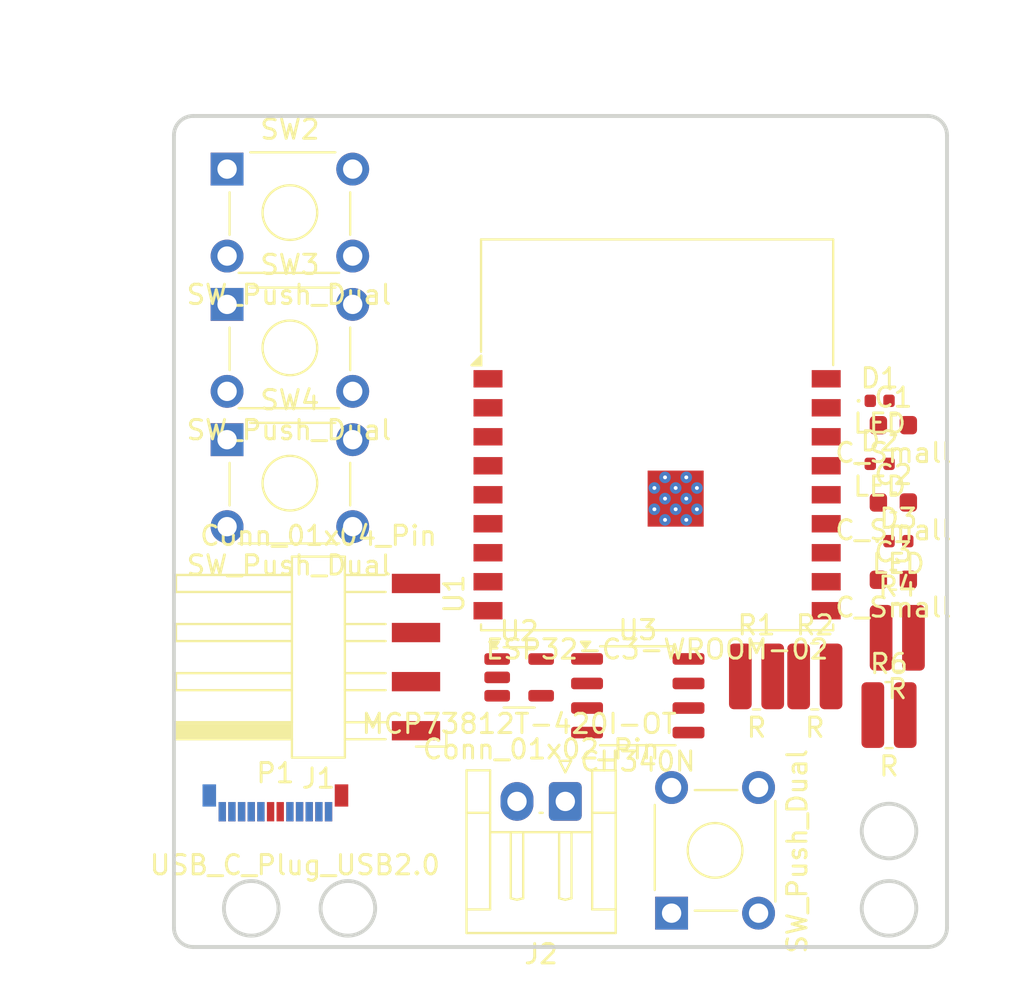
<source format=kicad_pcb>
(kicad_pcb (version 20240108) (generator "pcbnew") (generator_version "8.0")
  (layers (0 "F.Cu" signal) (31 "B.Cu" signal) (34 "B.Paste" user) (35 "F.Paste" user) (36 "B.SilkS" user "B.Silkscreen") (37 "F.SilkS" user "F.Silkscreen") (38 "B.Mask" user) (39 "F.Mask" user) (44 "Edge.Cuts" user))
  (net 0 "")
  (net 1 "Net-(U2-PROG)")
  (net 2 "Net-(U2-CE)")
  (net 3 "+3.3V")
  (net 4 "Net-(C3-Pad1)")
  (net 5 "Net-(D1-K)")
  (net 6 "GND")
  (net 7 "Net-(D2-K)")
  (net 8 "Net-(D3-K)")
  (net 9 "SDA")
  (net 10 "SCK")
  (net 14 "Net-(U3-V3)")
  (net 17 "+5V")
  (net 18 "Net-(P1-VCONN)")
  (net 21 "Net-(U2-V_{BAT})")
  (net 22 "Net-(U1-IO3)")
  (net 23 "Net-(U1-IO4)")
  (net 24 "Net-(U1-IO2)")
  (net 25 "Net-(U1-IO5)")
  (net 27 "Net-(U1-GND-Pad19)")
  (net 28 "UART0")
  (net 30 "UART1")
  (footprint "Resistor_SMD:R_0612_1632Metric_Pad1.18x3.40mm_HandSolder" (layer "F.Cu") (at 126.1625 68)
    (property "Reference" "R2" (at 0 -2.65 0) (layer "F.SilkS"))
    (property "Value" "R" (at 0 2.65 0) (layer "F.SilkS"))
    (fp_line (start -0.182983 -1.71) (end 0.182983 -1.71) (stroke (width 0.12)) (layer "F.SilkS"))
    (fp_line (start -0.182983 1.71) (end 0.182983 1.71) (stroke (width 0.12)) (layer "F.SilkS"))
    (pad "1" smd roundrect (at -0.8375 0) (size 1.175 3.4) (layers "F.Cu" "F.Paste" "F.Mask") (roundrect_rratio 0.212766) (net 7 "Net-(D2-K)"))
    (pad "2" smd roundrect (at 0.8375 0) (size 1.175 3.4) (layers "F.Cu" "F.Paste" "F.Mask") (roundrect_rratio 0.212766) (net 17 "+5V"))
  )
  (footprint "Button_Switch_THT:SW_TH_Tactile_Omron_B3F-10xx" (layer "F.Cu") (at 118.75 80.25 90)
    (property "Reference" "SW1" (hide yes))
    (property "Value" "SW_Push_Dual" (at 3.2 6.5 90) (layer "F.SilkS"))
    (fp_line (start 1.2 -0.87) (end 5.6 -0.87) (stroke (width 0.12)) (layer "F.SilkS"))
    (fp_line (start 6.37 1.2) (end 6.37 3.4) (stroke (width 0.12)) (layer "F.SilkS"))
    (fp_line (start 0.13 3.4) (end 0.13 1.2) (stroke (width 0.12)) (layer "F.SilkS"))
    (fp_line (start 0.6 5.37) (end 5.8 5.37) (stroke (width 0.12)) (layer "F.SilkS"))
    (fp_circle (center 3.25 2.25) (end 4.25 3.25) (stroke (width 0.12)) (fill none) (layer "F.SilkS"))
    (pad "1" thru_hole rect (at 0 0 90) (size 1.7 1.7) (drill 1) (layers "*.Cu" "*.Mask") (net 6 "GND"))
    (pad "1" thru_hole circle (at 6.5 0 90) (size 1.7 1.7) (drill 1) (layers "*.Cu" "*.Mask") (net 6 "GND"))
    (pad "2" thru_hole circle (at 0 4.5 90) (size 1.7 1.7) (drill 1) (layers "*.Cu" "*.Mask") (net 22 "Net-(U1-IO3)"))
    (pad "2" thru_hole circle (at 6.5 4.5 90) (size 1.7 1.7) (drill 1) (layers "*.Cu" "*.Mask") (net 22 "Net-(U1-IO3)"))
  )
  (footprint "Package_SO:SOP-8_3.9x4.9mm_P1.27mm" (layer "F.Cu") (at 117 69)
    (property "Reference" "U3" (at 0 -3.4 0) (layer "F.SilkS"))
    (property "Value" "CH340N" (at 0 3.4 0) (layer "F.SilkS"))
    (fp_line (start 0 -2.56) (end -1.95 -2.56) (stroke (width 0.12)) (layer "F.SilkS"))
    (fp_line (start 0 -2.56) (end 1.95 -2.56) (stroke (width 0.12)) (layer "F.SilkS"))
    (fp_line (start 0 2.56) (end -1.95 2.56) (stroke (width 0.12)) (layer "F.SilkS"))
    (fp_line (start 0 2.56) (end 1.95 2.56) (stroke (width 0.12)) (layer "F.SilkS"))
    (fp_poly (pts (xy -2.7 -2.465) (xy -2.94 -2.795) (xy -2.46 -2.795) (xy -2.7 -2.465)) (stroke (width 0.12)) (fill solid) (layer "F.SilkS"))
    (pad "1" smd roundrect (at -2.625 -1.905) (size 1.65 0.6) (layers "F.Cu" "F.Paste" "F.Mask") (net 18 "Net-(P1-VCONN)"))
    (pad "2" smd roundrect (at -2.625 -0.635) (size 1.65 0.6) (layers "F.Cu" "F.Paste" "F.Mask") (net 6 "GND"))
    (pad "3" smd roundrect (at -2.625 0.635) (size 1.65 0.6) (layers "F.Cu" "F.Paste" "F.Mask") (net 6 "GND"))
    (pad "4" smd roundrect (at -2.625 1.905) (size 1.65 0.6) (layers "F.Cu" "F.Paste" "F.Mask"))
    (pad "5" smd roundrect (at 2.625 1.905) (size 1.65 0.6) (layers "F.Cu" "F.Paste" "F.Mask") (net 3 "+3.3V"))
    (pad "6" smd roundrect (at 2.625 0.635) (size 1.65 0.6) (layers "F.Cu" "F.Paste" "F.Mask") (net 28 "UART0"))
    (pad "7" smd roundrect (at 2.625 -0.635) (size 1.65 0.6) (layers "F.Cu" "F.Paste" "F.Mask") (net 30 "UART1"))
    (pad "8" smd roundrect (at 2.625 -1.905) (size 1.65 0.6) (layers "F.Cu" "F.Paste" "F.Mask") (net 14 "Net-(U3-V3)"))
  )
  (footprint "Resistor_SMD:R_0612_1632Metric_Pad1.18x3.40mm_HandSolder" (layer "F.Cu") (at 123.145 68)
    (property "Reference" "R1" (at 0 -2.65 0) (layer "F.SilkS"))
    (property "Value" "R" (at 0 2.65 0) (layer "F.SilkS"))
    (fp_line (start -0.182983 -1.71) (end 0.182983 -1.71) (stroke (width 0.12)) (layer "F.SilkS"))
    (fp_line (start -0.182983 1.71) (end 0.182983 1.71) (stroke (width 0.12)) (layer "F.SilkS"))
    (pad "1" smd roundrect (at -0.8375 0) (size 1.175 3.4) (layers "F.Cu" "F.Paste" "F.Mask") (roundrect_rratio 0.212766) (net 5 "Net-(D1-K)"))
    (pad "2" smd roundrect (at 0.8375 0) (size 1.175 3.4) (layers "F.Cu" "F.Paste" "F.Mask") (roundrect_rratio 0.212766) (net 6 "GND"))
  )
  (footprint "LED_SMD:LED_0402_1005Metric" (layer "F.Cu") (at 129.515 57)
    (property "Reference" "D2" (at 0 -1.17 0) (layer "F.SilkS"))
    (property "Value" "LED" (at 0 1.17 0) (layer "F.SilkS"))
    (fp_circle (center -1.09 0) (end -1.04 0) (stroke (width 0.1)) (fill none) (layer "F.SilkS"))
    (pad "1" smd roundrect (at -0.485 0) (size 0.59 0.64) (layers "F.Cu" "F.Paste" "F.Mask") (net 7 "Net-(D2-K)"))
    (pad "2" smd roundrect (at 0.485 0) (size 0.59 0.64) (layers "F.Cu" "F.Paste" "F.Mask") (net 6 "GND"))
  )
  (footprint "Button_Switch_THT:SW_TH_Tactile_Omron_B3F-10xx" (layer "F.Cu") (at 95.75 55.75)
    (property "Reference" "SW4" (at 3.25 -2.05 0) (layer "F.SilkS"))
    (property "Value" "SW_Push_Dual" (at 3.2 6.5 0) (layer "F.SilkS"))
    (fp_line (start 0.13 3.4) (end 0.13 1.2) (stroke (width 0.12)) (layer "F.SilkS"))
    (fp_line (start 0.6 5.37) (end 5.8 5.37) (stroke (width 0.12)) (layer "F.SilkS"))
    (fp_line (start 1.2 -0.87) (end 5.6 -0.87) (stroke (width 0.12)) (layer "F.SilkS"))
    (fp_line (start 6.37 1.2) (end 6.37 3.4) (stroke (width 0.12)) (layer "F.SilkS"))
    (fp_circle (center 3.25 2.25) (end 4.25 3.25) (stroke (width 0.12)) (fill none) (layer "F.SilkS"))
    (pad "1" thru_hole rect (at 0 0) (size 1.7 1.7) (drill 1) (layers "*.Cu" "*.Mask") (net 6 "GND"))
    (pad "1" thru_hole circle (at 6.5 0) (size 1.7 1.7) (drill 1) (layers "*.Cu" "*.Mask") (net 6 "GND"))
    (pad "2" thru_hole circle (at 0 4.5) (size 1.7 1.7) (drill 1) (layers "*.Cu" "*.Mask") (net 25 "Net-(U1-IO5)"))
    (pad "2" thru_hole circle (at 6.5 4.5) (size 1.7 1.7) (drill 1) (layers "*.Cu" "*.Mask") (net 25 "Net-(U1-IO5)"))
  )
  (footprint "Package_TO_SOT_SMD:SOT-23-5" (layer "F.Cu") (at 110.8625 68.05)
    (property "Reference" "U2" (at 0 -2.4 0) (layer "F.SilkS"))
    (property "Value" "MCP73812T-420I-OT" (at 0 2.4 0) (layer "F.SilkS"))
    (fp_line (start 0 -1.56) (end -0.8 -1.56) (stroke (width 0.12)) (layer "F.SilkS"))
    (fp_line (start 0 -1.56) (end 0.8 -1.56) (stroke (width 0.12)) (layer "F.SilkS"))
    (fp_line (start 0 1.56) (end -0.8 1.56) (stroke (width 0.12)) (layer "F.SilkS"))
    (fp_line (start 0 1.56) (end 0.8 1.56) (stroke (width 0.12)) (layer "F.SilkS"))
    (fp_poly (pts (xy -1.3 -1.51) (xy -1.54 -1.84) (xy -1.06 -1.84) (xy -1.3 -1.51)) (stroke (width 0.12)) (fill solid) (layer "F.SilkS"))
    (pad "1" smd roundrect (at -1.1375 -0.95) (size 1.325 0.6) (layers "F.Cu" "F.Paste" "F.Mask") (net 2 "Net-(U2-CE)"))
    (pad "2" smd roundrect (at -1.1375 0) (size 1.325 0.6) (layers "F.Cu" "F.Paste" "F.Mask") (net 17 "+5V"))
    (pad "3" smd roundrect (at -1.1375 0.95) (size 1.325 0.6) (layers "F.Cu" "F.Paste" "F.Mask") (net 21 "Net-(U2-V_{BAT})"))
    (pad "4" smd roundrect (at 1.1375 0.95) (size 1.325 0.6) (layers "F.Cu" "F.Paste" "F.Mask") (net 6 "GND"))
    (pad "5" smd roundrect (at 1.1375 -0.95) (size 1.325 0.6) (layers "F.Cu" "F.Paste" "F.Mask") (net 1 "Net-(U2-PROG)"))
  )
  (footprint "Capacitor_SMD:C_0603_1608Metric" (layer "F.Cu") (at 130.225 55)
    (property "Reference" "C1" (at 0 -1.43 0) (layer "F.SilkS"))
    (property "Value" "C_Small" (at 0 1.43 0) (layer "F.SilkS"))
    (fp_line (start -0.14058 -0.51) (end 0.14058 -0.51) (stroke (width 0.12)) (layer "F.SilkS"))
    (fp_line (start -0.14058 0.51) (end 0.14058 0.51) (stroke (width 0.12)) (layer "F.SilkS"))
    (pad "1" smd roundrect (at -0.775 0) (size 0.9 0.95) (layers "F.Cu" "F.Paste" "F.Mask") (net 1 "Net-(U2-PROG)"))
    (pad "2" smd roundrect (at 0.775 0) (size 0.9 0.95) (layers "F.Cu" "F.Paste" "F.Mask") (net 2 "Net-(U2-CE)"))
  )
  (footprint "Connector_JST:JST_EH_S2B-EH_1x02_P2.50mm_Horizontal" (layer "F.Cu") (at 113.25 74.4675 180)
    (property "Reference" "J2" (at 1.25 -7.9 360) (layer "F.SilkS"))
    (property "Value" "Conn_01x02_Pin" (at 1.25 2.7 360) (layer "F.SilkS"))
    (fp_line (start 5.11 1.61) (end 3.89 1.61) (stroke (width 0.12)) (layer "F.SilkS"))
    (fp_line (start 5.11 -5.59) (end 3.89 -5.59) (stroke (width 0.12)) (layer "F.SilkS"))
    (fp_line (start 5.11 -6.81) (end 5.11 1.61) (stroke (width 0.12)) (layer "F.SilkS"))
    (fp_line (start 3.89 1.61) (end 3.89 -0.59) (stroke (width 0.12)) (layer "F.SilkS"))
    (fp_line (start 3.89 -0.59) (end 5.11 -0.59) (stroke (width 0.12)) (layer "F.SilkS"))
    (fp_line (start 3.89 -5.59) (end 3.89 -0.59) (stroke (width 0.12)) (layer "F.SilkS"))
    (fp_line (start 2.82 -1.59) (end 2.5 -1.59) (stroke (width 0.12)) (layer "F.SilkS"))
    (fp_line (start 2.82 -5.01) (end 2.82 -1.59) (stroke (width 0.12)) (layer "F.SilkS"))
    (fp_line (start 2.5 -1.59) (end 2.18 -1.59) (stroke (width 0.12)) (layer "F.SilkS"))
    (fp_line (start 2.5 -5.09) (end 2.82 -5.01) (stroke (width 0.12)) (layer "F.SilkS"))
    (fp_line (start 2.18 -1.59) (end 2.18 -5.01) (stroke (width 0.12)) (layer "F.SilkS"))
    (fp_line (start 2.18 -5.01) (end 2.5 -5.09) (stroke (width 0.12)) (layer "F.SilkS"))
    (fp_line (start 1.17 -0.59) (end 1.33 -0.59) (stroke (width 0.12)) (layer "F.SilkS"))
    (fp_line (start 0.32 -1.59) (end 0 -1.59) (stroke (width 0.12)) (layer "F.SilkS"))
    (fp_line (start 0.32 -5.01) (end 0.32 -1.59) (stroke (width 0.12)) (layer "F.SilkS"))
    (fp_line (start 0.3 2.1) (end 0 1.5) (stroke (width 0.12)) (layer "F.SilkS"))
    (fp_line (start 0 1.5) (end -0.3 2.1) (stroke (width 0.12)) (layer "F.SilkS"))
    (fp_line (start 0 -1.59) (end -0.32 -1.59) (stroke (width 0.12)) (layer "F.SilkS"))
    (fp_line (start 0 -5.09) (end 0.32 -5.01) (stroke (width 0.12)) (layer "F.SilkS"))
    (fp_line (start -0.3 2.1) (end 0.3 2.1) (stroke (width 0.12)) (layer "F.SilkS"))
    (fp_line (start -0.32 -1.59) (end -0.32 -5.01) (stroke (width 0.12)) (layer "F.SilkS"))
    (fp_line (start -0.32 -5.01) (end 0 -5.09) (stroke (width 0.12)) (layer "F.SilkS"))
    (fp_line (start -1.39 1.61) (end -2.61 1.61) (stroke (width 0.12)) (layer "F.SilkS"))
    (fp_line (start -1.39 -0.59) (end -1.39 1.61) (stroke (width 0.12)) (layer "F.SilkS"))
    (fp_line (start -1.39 -0.59) (end -2.61 -0.59) (stroke (width 0.12)) (layer "F.SilkS"))
    (fp_line (start -1.39 -1.59) (end 3.89 -1.59) (stroke (width 0.12)) (layer "F.SilkS"))
    (fp_line (start -1.39 -5.59) (end -1.39 -0.59) (stroke (width 0.12)) (layer "F.SilkS"))
    (fp_line (start -2.61 1.61) (end -2.61 -6.81) (stroke (width 0.12)) (layer "F.SilkS"))
    (fp_line (start -2.61 -5.59) (end -1.39 -5.59) (stroke (width 0.12)) (layer "F.SilkS"))
    (fp_line (start -2.61 -6.81) (end 5.11 -6.81) (stroke (width 0.12)) (layer "F.SilkS"))
    (pad "1" thru_hole roundrect (at 0 0 180) (size 1.7 2) (drill 1) (layers "*.Cu" "*.Mask") (roundrect_rratio 0.147059) (net 3 "+3.3V"))
    (pad "2" thru_hole oval (at 2.5 0 180) (size 1.7 2) (drill 1) (layers "*.Cu" "*.Mask") (net 6 "GND"))
  )
  (footprint "Button_Switch_THT:SW_TH_Tactile_Omron_B3F-10xx" (layer "F.Cu") (at 95.75 41.75)
    (property "Reference" "SW2" (at 3.25 -2.05 0) (layer "F.SilkS"))
    (property "Value" "SW_Push_Dual" (at 3.2 6.5 0) (layer "F.SilkS"))
    (fp_line (start 0.13 3.4) (end 0.13 1.2) (stroke (width 0.12)) (layer "F.SilkS"))
    (fp_line (start 0.6 5.37) (end 5.8 5.37) (stroke (width 0.12)) (layer "F.SilkS"))
    (fp_line (start 1.2 -0.87) (end 5.6 -0.87) (stroke (width 0.12)) (layer "F.SilkS"))
    (fp_line (start 6.37 1.2) (end 6.37 3.4) (stroke (width 0.12)) (layer "F.SilkS"))
    (fp_circle (center 3.25 2.25) (end 4.25 3.25) (stroke (width 0.12)) (fill none) (layer "F.SilkS"))
    (pad "1" thru_hole rect (at 0 0) (size 1.7 1.7) (drill 1) (layers "*.Cu" "*.Mask") (net 6 "GND"))
    (pad "1" thru_hole circle (at 6.5 0) (size 1.7 1.7) (drill 1) (layers "*.Cu" "*.Mask") (net 6 "GND"))
    (pad "2" thru_hole circle (at 0 4.5) (size 1.7 1.7) (drill 1) (layers "*.Cu" "*.Mask") (net 23 "Net-(U1-IO4)"))
    (pad "2" thru_hole circle (at 6.5 4.5) (size 1.7 1.7) (drill 1) (layers "*.Cu" "*.Mask") (net 23 "Net-(U1-IO4)"))
  )
  (footprint "Button_Switch_THT:SW_TH_Tactile_Omron_B3F-10xx" (layer "F.Cu") (at 95.75 48.75)
    (property "Reference" "SW3" (at 3.25 -2.05 0) (layer "F.SilkS"))
    (property "Value" "SW_Push_Dual" (at 3.2 6.5 0) (layer "F.SilkS"))
    (fp_line (start 0.13 3.4) (end 0.13 1.2) (stroke (width 0.12)) (layer "F.SilkS"))
    (fp_line (start 0.6 5.37) (end 5.8 5.37) (stroke (width 0.12)) (layer "F.SilkS"))
    (fp_line (start 1.2 -0.87) (end 5.6 -0.87) (stroke (width 0.12)) (layer "F.SilkS"))
    (fp_line (start 6.37 1.2) (end 6.37 3.4) (stroke (width 0.12)) (layer "F.SilkS"))
    (fp_circle (center 3.25 2.25) (end 4.25 3.25) (stroke (width 0.12)) (fill none) (layer "F.SilkS"))
    (pad "1" thru_hole rect (at 0 0) (size 1.7 1.7) (drill 1) (layers "*.Cu" "*.Mask") (net 6 "GND"))
    (pad "1" thru_hole circle (at 6.5 0) (size 1.7 1.7) (drill 1) (layers "*.Cu" "*.Mask") (net 6 "GND"))
    (pad "2" thru_hole circle (at 0 4.5) (size 1.7 1.7) (drill 1) (layers "*.Cu" "*.Mask") (net 24 "Net-(U1-IO2)"))
    (pad "2" thru_hole circle (at 6.5 4.5) (size 1.7 1.7) (drill 1) (layers "*.Cu" "*.Mask") (net 24 "Net-(U1-IO2)"))
  )
  (footprint "Resistor_SMD:R_0612_1632Metric_Pad1.18x3.40mm_HandSolder" (layer "F.Cu") (at 130 70)
    (property "Reference" "R6" (at 0 -2.65 0) (layer "F.SilkS"))
    (property "Value" "R" (at 0 2.65 0) (layer "F.SilkS"))
    (fp_line (start -0.182983 -1.71) (end 0.182983 -1.71) (stroke (width 0.12)) (layer "F.SilkS"))
    (fp_line (start -0.182983 1.71) (end 0.182983 1.71) (stroke (width 0.12)) (layer "F.SilkS"))
    (pad "1" smd roundrect (at -0.8375 0) (size 1.175 3.4) (layers "F.Cu" "F.Paste" "F.Mask") (roundrect_rratio 0.212766) (net 8 "Net-(D3-K)"))
    (pad "2" smd roundrect (at 0.8375 0) (size 1.175 3.4) (layers "F.Cu" "F.Paste" "F.Mask") (roundrect_rratio 0.212766) (net 2 "Net-(U2-CE)"))
  )
  (footprint "Capacitor_SMD:C_0603_1608Metric" (layer "F.Cu") (at 130.225 59)
    (property "Reference" "C2" (at 0 -1.43 0) (layer "F.SilkS"))
    (property "Value" "C_Small" (at 0 1.43 0) (layer "F.SilkS"))
    (fp_line (start -0.14058 -0.51) (end 0.14058 -0.51) (stroke (width 0.12)) (layer "F.SilkS"))
    (fp_line (start -0.14058 0.51) (end 0.14058 0.51) (stroke (width 0.12)) (layer "F.SilkS"))
    (pad "1" smd roundrect (at -0.775 0) (size 0.9 0.95) (layers "F.Cu" "F.Paste" "F.Mask") (net 1 "Net-(U2-PROG)"))
    (pad "2" smd roundrect (at 0.775 0) (size 0.9 0.95) (layers "F.Cu" "F.Paste" "F.Mask") (net 2 "Net-(U2-CE)"))
  )
  (footprint "Capacitor_SMD:C_0603_1608Metric" (layer "F.Cu") (at 130.225 63)
    (property "Reference" "C3" (at 0 -1.43 0) (layer "F.SilkS"))
    (property "Value" "C_Small" (at 0 1.43 0) (layer "F.SilkS"))
    (fp_line (start -0.14058 -0.51) (end 0.14058 -0.51) (stroke (width 0.12)) (layer "F.SilkS"))
    (fp_line (start -0.14058 0.51) (end 0.14058 0.51) (stroke (width 0.12)) (layer "F.SilkS"))
    (pad "1" smd roundrect (at -0.775 0) (size 0.9 0.95) (layers "F.Cu" "F.Paste" "F.Mask") (net 4 "Net-(C3-Pad1)"))
    (pad "2" smd roundrect (at 0.775 0) (size 0.9 0.95) (layers "F.Cu" "F.Paste" "F.Mask") (net 3 "+3.3V"))
  )
  (footprint "RF_Module:ESP32-C3-WROOM-02" (layer "F.Cu") (at 118 58.6)
    (property "Reference" "U1" (at -10.5 5.13 90) (layer "F.SilkS"))
    (property "Value" "ESP32-C3-WROOM-02" (at 0 8 0) (layer "F.SilkS"))
    (fp_line (start -9.11 -13.21) (end -9.11 -7.4) (stroke (width 0.12)) (layer "F.SilkS"))
    (fp_line (start -9.11 -13.21) (end 9.11 -13.21) (stroke (width 0.12)) (layer "F.SilkS"))
    (fp_line (start -9.11 6.71) (end -9.11 7.01) (stroke (width 0.12)) (layer "F.SilkS"))
    (fp_line (start -9.11 7.01) (end 9.11 7.01) (stroke (width 0.12)) (layer "F.SilkS"))
    (fp_line (start 9.11 -13.21) (end 9.11 -6.71) (stroke (width 0.12)) (layer "F.SilkS"))
    (fp_line (start 9.11 6.71) (end 9.11 7.01) (stroke (width 0.12)) (layer "F.SilkS"))
    (fp_poly (pts (xy -9.1 -6.7) (xy -9.6 -6.7) (xy -9.1 -7.2) (xy -9.1 -6.7)) (stroke (width 0.12)) (fill solid) (layer "F.SilkS"))
    (pad "1" smd rect (at -8.75 -6) (size 1.5 0.9) (layers "F.Cu" "F.Paste" "F.Mask") (net 3 "+3.3V"))
    (pad "2" smd rect (at -8.75 -4.5) (size 1.5 0.9) (layers "F.Cu" "F.Paste" "F.Mask"))
    (pad "3" smd rect (at -8.75 -3) (size 1.5 0.9) (layers "F.Cu" "F.Paste" "F.Mask") (net 23 "Net-(U1-IO4)"))
    (pad "4" smd rect (at -8.75 -1.5) (size 1.5 0.9) (layers "F.Cu" "F.Paste" "F.Mask") (net 25 "Net-(U1-IO5)"))
    (pad "5" smd rect (at -8.75 0) (size 1.5 0.9) (layers "F.Cu" "F.Paste" "F.Mask"))
    (pad "6" smd rect (at -8.75 1.5) (size 1.5 0.9) (layers "F.Cu" "F.Paste" "F.Mask"))
    (pad "7" smd rect (at -8.75 3) (size 1.5 0.9) (layers "F.Cu" "F.Paste" "F.Mask"))
    (pad "8" smd rect (at -8.75 4.5) (size 1.5 0.9) (layers "F.Cu" "F.Paste" "F.Mask"))
    (pad "9" smd rect (at -8.75 6) (size 1.5 0.9) (layers "F.Cu" "F.Paste" "F.Mask") (net 27 "Net-(U1-GND-Pad19)"))
    (pad "10" smd rect (at 8.75 6) (size 1.5 0.9) (layers "F.Cu" "F.Paste" "F.Mask"))
    (pad "11" smd rect (at 8.75 4.5) (size 1.5 0.9) (layers "F.Cu" "F.Paste" "F.Mask") (net 28 "UART0"))
    (pad "12" smd rect (at 8.75 3) (size 1.5 0.9) (layers "F.Cu" "F.Paste" "F.Mask") (net 30 "UART1"))
    (pad "13" smd rect (at 8.75 1.5) (size 1.5 0.9) (layers "F.Cu" "F.Paste" "F.Mask"))
    (pad "14" smd rect (at 8.75 0) (size 1.5 0.9) (layers "F.Cu" "F.Paste" "F.Mask"))
    (pad "15" smd rect (at 8.75 -1.5) (size 1.5 0.9) (layers "F.Cu" "F.Paste" "F.Mask") (net 22 "Net-(U1-IO3)"))
    (pad "16" smd rect (at 8.75 -3) (size 1.5 0.9) (layers "F.Cu" "F.Paste" "F.Mask") (net 24 "Net-(U1-IO2)"))
    (pad "17" smd rect (at 8.75 -4.5) (size 1.5 0.9) (layers "F.Cu" "F.Paste" "F.Mask") (net 9 "SDA"))
    (pad "18" smd rect (at 8.75 -6) (size 1.5 0.9) (layers "F.Cu" "F.Paste" "F.Mask") (net 10 "SCK"))
    (pad "19" thru_hole circle (at -0.14 -0.35) (size 0.6 0.6) (drill 0.2) (property pad_prop_heatsink) (layers "*.Cu" "F.Mask") (net 27 "Net-(U1-GND-Pad19)"))
    (pad "19" thru_hole circle (at -0.14 0.75) (size 0.6 0.6) (drill 0.2) (property pad_prop_heatsink) (layers "*.Cu" "F.Mask") (net 27 "Net-(U1-GND-Pad19)"))
    (pad "19" thru_hole circle (at 0.41 -0.9) (size 0.6 0.6) (drill 0.2) (property pad_prop_heatsink) (layers "*.Cu" "F.Mask") (net 27 "Net-(U1-GND-Pad19)"))
    (pad "19" thru_hole circle (at 0.41 0.2) (size 0.6 0.6) (drill 0.2) (property pad_prop_heatsink) (layers "*.Cu" "F.Mask") (net 27 "Net-(U1-GND-Pad19)"))
    (pad "19" thru_hole circle (at 0.41 1.3) (size 0.6 0.6) (drill 0.2) (property pad_prop_heatsink) (layers "*.Cu" "F.Mask") (net 27 "Net-(U1-GND-Pad19)"))
    (pad "19" thru_hole circle (at 0.96 -0.35) (size 0.6 0.6) (drill 0.2) (property pad_prop_heatsink) (layers "*.Cu" "F.Mask") (net 27 "Net-(U1-GND-Pad19)"))
    (pad "19" smd rect (at 0.96 0.2) (size 2.9 2.9) (layers "F.Cu" "F.Mask") (net 27 "Net-(U1-GND-Pad19)"))
    (pad "19" thru_hole circle (at 0.96 0.75) (size 0.6 0.6) (drill 0.2) (property pad_prop_heatsink) (layers "*.Cu" "F.Mask") (net 27 "Net-(U1-GND-Pad19)"))
    (pad "19" thru_hole circle (at 1.51 -0.9) (size 0.6 0.6) (drill 0.2) (property pad_prop_heatsink) (layers "*.Cu" "F.Mask") (net 27 "Net-(U1-GND-Pad19)"))
    (pad "19" thru_hole circle (at 1.51 0.2) (size 0.6 0.6) (drill 0.2) (property pad_prop_heatsink) (layers "*.Cu" "F.Mask") (net 27 "Net-(U1-GND-Pad19)"))
    (pad "19" thru_hole circle (at 1.51 1.3) (size 0.6 0.6) (drill 0.2) (property pad_prop_heatsink) (layers "*.Cu" "F.Mask") (net 27 "Net-(U1-GND-Pad19)"))
    (pad "19" thru_hole circle (at 2.06 -0.35) (size 0.6 0.6) (drill 0.2) (property pad_prop_heatsink) (layers "*.Cu" "F.Mask") (net 27 "Net-(U1-GND-Pad19)"))
    (pad "19" thru_hole circle (at 2.06 0.75) (size 0.6 0.6) (drill 0.2) (property pad_prop_heatsink) (layers "*.Cu" "F.Mask") (net 27 "Net-(U1-GND-Pad19)"))
  )
  (footprint "LED_SMD:LED_0402_1005Metric" (layer "F.Cu") (at 130.485 61)
    (property "Reference" "D3" (at 0 -1.17 0) (layer "F.SilkS"))
    (property "Value" "LED" (at 0 1.17 0) (layer "F.SilkS"))
    (fp_circle (center -1.09 0) (end -1.04 0) (stroke (width 0.1)) (fill none) (layer "F.SilkS"))
    (pad "1" smd roundrect (at -0.485 0) (size 0.59 0.64) (layers "F.Cu" "F.Paste" "F.Mask") (net 8 "Net-(D3-K)"))
    (pad "2" smd roundrect (at 0.485 0) (size 0.59 0.64) (layers "F.Cu" "F.Paste" "F.Mask") (net 6 "GND"))
  )
  (footprint "Connector_Harwin:Harwin_M20-89004xx_1x04_P2.54mm_Horizontal" (layer "F.Cu") (at 100 67 180)
    (property "Reference" "J1" (at -0.48 -6.28 360) (layer "F.SilkS"))
    (property "Value" "Conn_01x04_Pin" (at -0.48 6.28 360) (layer "F.SilkS"))
    (fp_line (start 6.895 4.25) (end 0.895 4.25) (stroke (width 0.12)) (layer "F.SilkS"))
    (fp_line (start 6.895 3.37) (end 6.895 4.25) (stroke (width 0.12)) (layer "F.SilkS"))
    (fp_line (start 6.895 1.71) (end 0.895 1.71) (stroke (width 0.12)) (layer "F.SilkS"))
    (fp_line (start 6.895 0.83) (end 6.895 1.71) (stroke (width 0.12)) (layer "F.SilkS"))
    (fp_line (start 6.895 -0.83) (end 0.895 -0.83) (stroke (width 0.12)) (layer "F.SilkS"))
    (fp_line (start 6.895 -1.71) (end 6.895 -0.83) (stroke (width 0.12)) (layer "F.SilkS"))
    (fp_line (start 6.895 -3.37) (end 0.895 -3.37) (stroke (width 0.12)) (layer "F.SilkS"))
    (fp_line (start 6.895 -4.25) (end 6.895 -3.37) (stroke (width 0.12)) (layer "F.SilkS"))
    (fp_line (start 0.895 5.2) (end -1.845 5.2) (stroke (width 0.12)) (layer "F.SilkS"))
    (fp_line (start 0.895 3.37) (end 6.895 3.37) (stroke (width 0.12)) (layer "F.SilkS"))
    (fp_line (start 0.895 0.83) (end 6.895 0.83) (stroke (width 0.12)) (layer "F.SilkS"))
    (fp_line (start 0.895 -1.71) (end 6.895 -1.71) (stroke (width 0.12)) (layer "F.SilkS"))
    (fp_line (start 0.895 -4.25) (end 6.895 -4.25) (stroke (width 0.12)) (layer "F.SilkS"))
    (fp_line (start 0.895 -5.2) (end 0.895 5.2) (stroke (width 0.12)) (layer "F.SilkS"))
    (fp_line (start -1.845 5.2) (end -1.845 -5.2) (stroke (width 0.12)) (layer "F.SilkS"))
    (fp_line (start -1.845 -5.2) (end 0.895 -5.2) (stroke (width 0.12)) (layer "F.SilkS"))
    (fp_line (start -3.955 4.25) (end -1.845 4.25) (stroke (width 0.12)) (layer "F.SilkS"))
    (fp_line (start -3.955 3.37) (end -1.845 3.37) (stroke (width 0.12)) (layer "F.SilkS"))
    (fp_line (start -3.955 1.71) (end -1.845 1.71) (stroke (width 0.12)) (layer "F.SilkS"))
    (fp_line (start -3.955 0.83) (end -1.845 0.83) (stroke (width 0.12)) (layer "F.SilkS"))
    (fp_line (start -3.955 -0.83) (end -1.845 -0.83) (stroke (width 0.12)) (layer "F.SilkS"))
    (fp_line (start -3.955 -1.71) (end -1.845 -1.71) (stroke (width 0.12)) (layer "F.SilkS"))
    (fp_line (start -3.955 -3.37) (end -1.845 -3.37) (stroke (width 0.12)) (layer "F.SilkS"))
    (fp_line (start -3.955 -4.25) (end -1.845 -4.25) (stroke (width 0.12)) (layer "F.SilkS"))
    (fp_line (start -7.095 -3.81) (end -7.095 -4.63) (stroke (width 0.12)) (layer "F.SilkS"))
    (fp_line (start -7.095 -4.63) (end -5.525 -4.63) (stroke (width 0.12)) (layer "F.SilkS"))
    (pad "" smd rect (at 3.895 -3.81 180) (size 6 0.76) (layers "F.SilkS"))
    (pad "1" smd rect (at -5.525 -3.81 180) (size 2.5 1) (layers "F.Cu" "F.Paste" "F.Mask") (net 9 "SDA"))
    (pad "2" smd rect (at -5.525 -1.27 180) (size 2.5 1) (layers "F.Cu" "F.Paste" "F.Mask") (net 10 "SCK"))
    (pad "3" smd rect (at -5.525 1.27 180) (size 2.5 1) (layers "F.Cu" "F.Paste" "F.Mask") (net 6 "GND"))
    (pad "4" smd rect (at -5.525 3.81 180) (size 2.5 1) (layers "F.Cu" "F.Paste" "F.Mask") (net 3 "+3.3V"))
  )
  (footprint "Connector_USB:USB_C_Plug_Molex_105444" (layer "F.Cu") (at 98.25 75.04 180)
    (property "Reference" "P1" (at 0 2.04 360) (layer "F.SilkS"))
    (property "Value" "USB_C_Plug_USB2.0" (at -1.01 -2.72 360) (layer "F.SilkS"))
    (pad "A1" smd rect (at -2.75 0.04 180) (size 0.38 1) (layers "F.Cu" "F.Paste" "F.Mask"))
    (pad "A2" smd rect (at -2.25 0.04 180) (size 0.38 1) (layers "F.Cu" "F.Paste" "F.Mask"))
    (pad "A3" smd rect (at -1.75 0.04 180) (size 0.38 1) (layers "F.Cu" "F.Paste" "F.Mask"))
    (pad "A4" smd rect (at -1.25 0.04 180) (size 0.38 1) (layers "F.Cu" "F.Paste" "F.Mask") (net 14 "Net-(U3-V3)"))
    (pad "A5" smd rect (at -0.75 0.04 180) (size 0.38 1) (layers "F.Cu" "F.Paste" "F.Mask"))
    (pad "A6" smd rect (at -0.25 0.04 180) (size 0.38 1) (layers "F.Cu" "F.Paste" "F.Mask") (net 17 "+5V"))
    (pad "A7" smd rect (at 0.25 0.04 180) (size 0.38 1) (layers "F.Cu" "F.Paste" "F.Mask") (net 6 "GND"))
    (pad "A8" smd rect (at 0.75 0.04 180) (size 0.38 1) (layers "F.Cu" "F.Paste" "F.Mask"))
    (pad "A9" smd rect (at 1.25 0.04 180) (size 0.38 1) (layers "F.Cu" "F.Paste" "F.Mask") (net 14 "Net-(U3-V3)"))
    (pad "A10" smd rect (at 1.75 0.04 180) (size 0.38 1) (layers "F.Cu" "F.Paste" "F.Mask"))
    (pad "A11" smd rect (at 2.25 0.04 180) (size 0.38 1) (layers "F.Cu" "F.Paste" "F.Mask"))
    (pad "A12" smd rect (at 2.75 0.04 180) (size 0.38 1) (layers "F.Cu" "F.Paste" "F.Mask"))
    (pad "B1" smd rect (at 2.75 0.04 180) (size 0.38 1) (layers "B.Cu" "B.Paste" "B.Mask"))
    (pad "B2" smd rect (at 2.25 0.04 180) (size 0.38 1) (layers "B.Cu" "B.Paste" "B.Mask"))
    (pad "B3" smd rect (at 1.75 0.04 180) (size 0.38 1) (layers "B.Cu" "B.Paste" "B.Mask"))
    (pad "B4" smd rect (at 1.25 0.04 180) (size 0.38 1) (layers "B.Cu" "B.Paste" "B.Mask") (net 14 "Net-(U3-V3)"))
    (pad "B5" smd rect (at 0.75 0.04 180) (size 0.38 1) (layers "B.Cu" "B.Paste" "B.Mask") (net 18 "Net-(P1-VCONN)"))
    (pad "B8" smd rect (at -0.75 0.04 180) (size 0.38 1) (layers "B.Cu" "B.Paste" "B.Mask"))
    (pad "B9" smd rect (at -1.25 0.04 180) (size 0.38 1) (layers "B.Cu" "B.Paste" "B.Mask") (net 14 "Net-(U3-V3)"))
    (pad "B10" smd rect (at -1.75 0.04 180) (size 0.38 1) (layers "B.Cu" "B.Paste" "B.Mask"))
    (pad "B11" smd rect (at -2.25 0.04 180) (size 0.38 1) (layers "B.Cu" "B.Paste" "B.Mask"))
    (pad "B12" smd rect (at -2.75 0.04 180) (size 0.38 1) (layers "B.Cu" "B.Paste" "B.Mask"))
    (pad "S1" smd rect (at -3.42 0.88 180) (size 0.7 1.15) (layers "F.Cu" "F.Paste" "F.Mask"))
    (pad "S1" smd rect (at 3.42 0.88 180) (size 0.7 1.15) (layers "B.Cu" "B.Paste" "B.Mask"))
  )
  (footprint "Resistor_SMD:R_0612_1632Metric_Pad1.18x3.40mm_HandSolder" (layer "F.Cu") (at 130.4275 66)
    (property "Reference" "R4" (at 0 -2.65 0) (layer "F.SilkS"))
    (property "Value" "R" (at 0 2.65 0) (layer "F.SilkS"))
    (fp_line (start -0.182983 -1.71) (end 0.182983 -1.71) (stroke (width 0.12)) (layer "F.SilkS"))
    (fp_line (start -0.182983 1.71) (end 0.182983 1.71) (stroke (width 0.12)) (layer "F.SilkS"))
    (pad "1" smd roundrect (at -0.8375 0) (size 1.175 3.4) (layers "F.Cu" "F.Paste" "F.Mask") (roundrect_rratio 0.212766) (net 4 "Net-(C3-Pad1)"))
    (pad "2" smd roundrect (at 0.8375 0) (size 1.175 3.4) (layers "F.Cu" "F.Paste" "F.Mask") (roundrect_rratio 0.212766) (net 21 "Net-(U2-V_{BAT})"))
  )
  (footprint "LED_SMD:LED_0402_1005Metric" (layer "F.Cu") (at 129.515 53.74)
    (property "Reference" "D1" (at 0 -1.17 0) (layer "F.SilkS"))
    (property "Value" "LED" (at 0 1.17 0) (layer "F.SilkS"))
    (fp_circle (center -1.09 0) (end -1.04 0) (stroke (width 0.1)) (fill none) (layer "F.SilkS"))
    (pad "1" smd roundrect (at -0.485 0) (size 0.59 0.64) (layers "F.Cu" "F.Paste" "F.Mask") (net 5 "Net-(D1-K)"))
    (pad "2" smd roundrect (at 0.485 0) (size 0.59 0.64) (layers "F.Cu" "F.Paste" "F.Mask") (net 3 "+3.3V"))
  )
  (gr_line (start 133 81) (end 133 40) (stroke (width 0.2)) (layer "Edge.Cuts"))
  (gr_arc (start 133 81) (mid 132.707107 81.707107) (end 132 82) (stroke (width 0.2)) (layer "Edge.Cuts"))
  (gr_line (start 93 40) (end 93 81) (stroke (width 0.2)) (layer "Edge.Cuts"))
  (gr_arc (start 93 40) (mid 93.292893 39.292893) (end 94 39) (stroke (width 0.2)) (layer "Edge.Cuts"))
  (gr_line (start 132 82) (end 94 82) (stroke (width 0.2)) (layer "Edge.Cuts"))
  (gr_circle (center 130 76) (end 131.414214 76) (stroke (width 0.2)) (fill none) (layer "Edge.Cuts"))
  (gr_line (start 94 39) (end 132 39) (stroke (width 0.2)) (layer "Edge.Cuts"))
  (gr_circle (center 97 80) (end 98.414214 80) (stroke (width 0.2)) (fill none) (layer "Edge.Cuts"))
  (gr_arc (start 132 39) (mid 132.707107 39.292893) (end 133 40) (stroke (width 0.2)) (layer "Edge.Cuts"))
  (gr_circle (center 130 80) (end 131.414214 80) (stroke (width 0.2)) (fill none) (layer "Edge.Cuts"))
  (gr_circle (center 102 80) (end 103.414214 80) (stroke (width 0.2)) (fill none) (layer "Edge.Cuts"))
  (gr_arc (start 94 82) (mid 93.292893 81.707107) (end 93 81) (stroke (width 0.2)) (layer "Edge.Cuts"))
)
</source>
